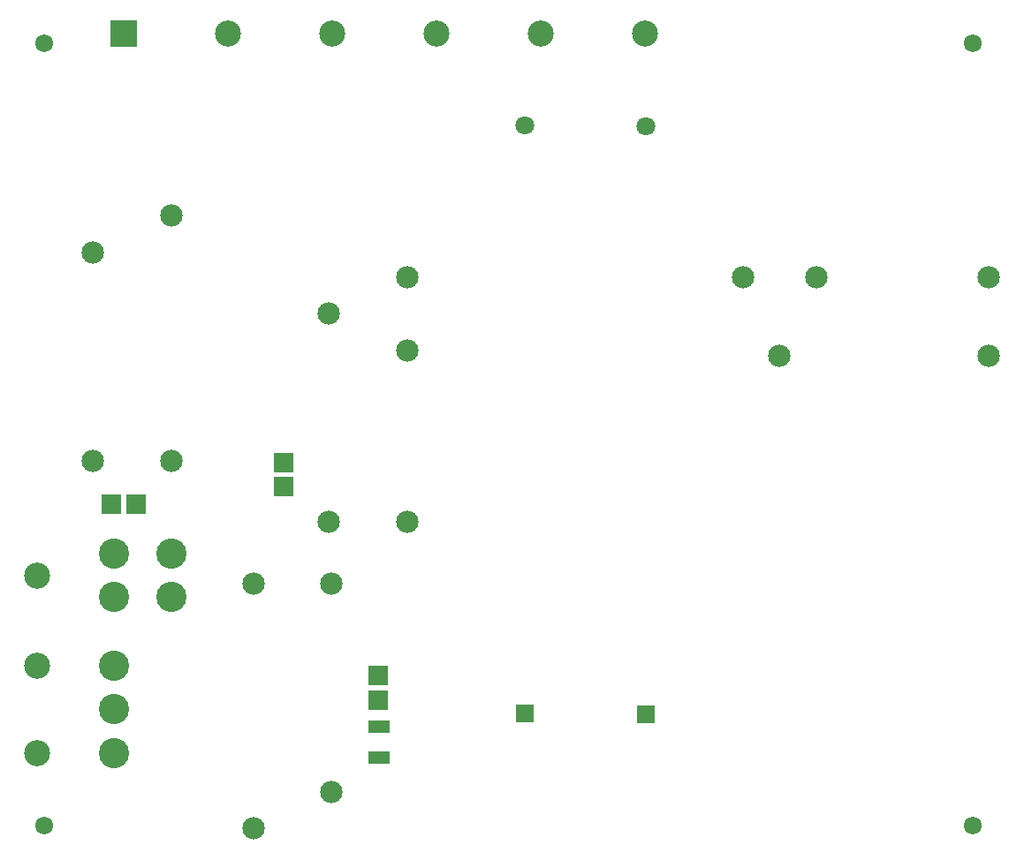
<source format=gts>
G04*
G04 #@! TF.GenerationSoftware,Altium Limited,Altium Designer,19.0.10 (269)*
G04*
G04 Layer_Color=8388736*
%FSLAX25Y25*%
%MOIN*%
G70*
G01*
G75*
%ADD19R,0.07874X0.04921*%
%ADD20R,0.07677X0.07480*%
%ADD21R,0.07480X0.07677*%
%ADD22R,0.09843X0.09843*%
%ADD23C,0.09843*%
%ADD24C,0.08465*%
%ADD25C,0.11417*%
%ADD26R,0.07087X0.07087*%
%ADD27C,0.07087*%
%ADD28C,0.06787*%
D19*
X162000Y72905D02*
D03*
Y61094D02*
D03*
D20*
X161393Y92016D02*
D03*
Y82961D02*
D03*
X126000Y163500D02*
D03*
Y172555D02*
D03*
D21*
X61036Y157000D02*
D03*
X70091D02*
D03*
D22*
X65520Y334500D02*
D03*
D23*
X262370D02*
D03*
X104890D02*
D03*
X144260D02*
D03*
X183630D02*
D03*
X223000D02*
D03*
X33000Y130000D02*
D03*
Y96000D02*
D03*
Y62929D02*
D03*
D24*
X54000Y173260D02*
D03*
Y252000D02*
D03*
X83528Y265779D02*
D03*
Y173260D02*
D03*
X144000Y127000D02*
D03*
Y48260D02*
D03*
X114472Y34480D02*
D03*
Y127000D02*
D03*
X142973Y150039D02*
D03*
Y228780D02*
D03*
X172500Y242559D02*
D03*
Y215000D02*
D03*
Y150039D02*
D03*
X391740Y213000D02*
D03*
X313000D02*
D03*
X299220Y242528D02*
D03*
X326780D02*
D03*
X391740D02*
D03*
D25*
X61740Y121732D02*
D03*
Y138268D02*
D03*
X83394Y121732D02*
D03*
Y138268D02*
D03*
X61740Y96000D02*
D03*
Y79465D02*
D03*
Y62929D02*
D03*
D26*
X217000Y78000D02*
D03*
X262500Y77500D02*
D03*
D27*
X217000Y300000D02*
D03*
X262500Y299500D02*
D03*
D28*
X35433Y330709D02*
D03*
Y35433D02*
D03*
X385827D02*
D03*
Y330709D02*
D03*
M02*

</source>
